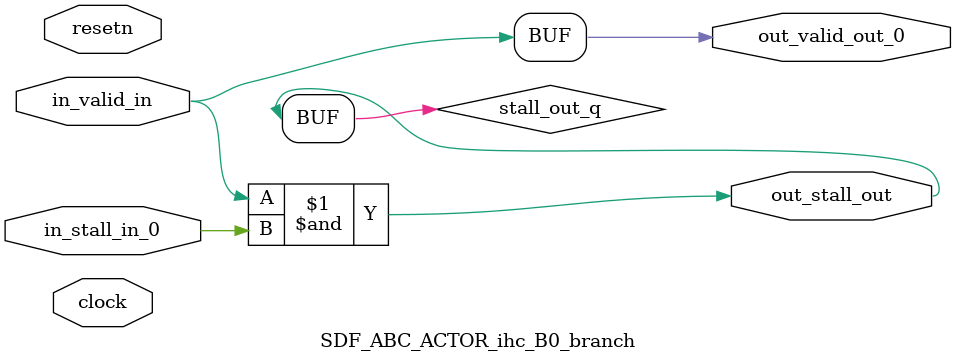
<source format=sv>



(* altera_attribute = "-name AUTO_SHIFT_REGISTER_RECOGNITION OFF; -name MESSAGE_DISABLE 10036; -name MESSAGE_DISABLE 10037; -name MESSAGE_DISABLE 14130; -name MESSAGE_DISABLE 14320; -name MESSAGE_DISABLE 15400; -name MESSAGE_DISABLE 14130; -name MESSAGE_DISABLE 10036; -name MESSAGE_DISABLE 12020; -name MESSAGE_DISABLE 12030; -name MESSAGE_DISABLE 12010; -name MESSAGE_DISABLE 12110; -name MESSAGE_DISABLE 14320; -name MESSAGE_DISABLE 13410; -name MESSAGE_DISABLE 113007; -name MESSAGE_DISABLE 10958" *)
module SDF_ABC_ACTOR_ihc_B0_branch (
    input wire [0:0] in_stall_in_0,
    input wire [0:0] in_valid_in,
    output wire [0:0] out_stall_out,
    output wire [0:0] out_valid_out_0,
    input wire clock,
    input wire resetn
    );

    wire [0:0] stall_out_q;


    // stall_out(LOGICAL,6)
    assign stall_out_q = in_valid_in & in_stall_in_0;

    // out_stall_out(GPOUT,4)
    assign out_stall_out = stall_out_q;

    // out_valid_out_0(GPOUT,5)
    assign out_valid_out_0 = in_valid_in;

endmodule

</source>
